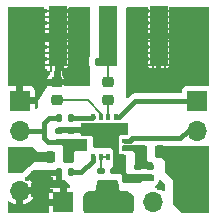
<source format=gbr>
%TF.GenerationSoftware,KiCad,Pcbnew,8.0.0*%
%TF.CreationDate,2024-08-25T13:37:12+02:00*%
%TF.ProjectId,Detector_PTFE_FR4_4_warstwy,44657465-6374-46f7-925f-505446455f46,rev?*%
%TF.SameCoordinates,Original*%
%TF.FileFunction,Copper,L1,Top*%
%TF.FilePolarity,Positive*%
%FSLAX46Y46*%
G04 Gerber Fmt 4.6, Leading zero omitted, Abs format (unit mm)*
G04 Created by KiCad (PCBNEW 8.0.0) date 2024-08-25 13:37:12*
%MOMM*%
%LPD*%
G01*
G04 APERTURE LIST*
G04 Aperture macros list*
%AMRoundRect*
0 Rectangle with rounded corners*
0 $1 Rounding radius*
0 $2 $3 $4 $5 $6 $7 $8 $9 X,Y pos of 4 corners*
0 Add a 4 corners polygon primitive as box body*
4,1,4,$2,$3,$4,$5,$6,$7,$8,$9,$2,$3,0*
0 Add four circle primitives for the rounded corners*
1,1,$1+$1,$2,$3*
1,1,$1+$1,$4,$5*
1,1,$1+$1,$6,$7*
1,1,$1+$1,$8,$9*
0 Add four rect primitives between the rounded corners*
20,1,$1+$1,$2,$3,$4,$5,0*
20,1,$1+$1,$4,$5,$6,$7,0*
20,1,$1+$1,$6,$7,$8,$9,0*
20,1,$1+$1,$8,$9,$2,$3,0*%
G04 Aperture macros list end*
%TA.AperFunction,SMDPad,CuDef*%
%ADD10RoundRect,0.135000X0.135000X0.185000X-0.135000X0.185000X-0.135000X-0.185000X0.135000X-0.185000X0*%
%TD*%
%TA.AperFunction,SMDPad,CuDef*%
%ADD11RoundRect,0.140000X-0.140000X-0.170000X0.140000X-0.170000X0.140000X0.170000X-0.140000X0.170000X0*%
%TD*%
%TA.AperFunction,CastellatedPad*%
%ADD12R,1.700000X1.700000*%
%TD*%
%TA.AperFunction,CastellatedPad*%
%ADD13O,1.700000X1.700000*%
%TD*%
%TA.AperFunction,SMDPad,CuDef*%
%ADD14RoundRect,0.225000X-0.250000X0.225000X-0.250000X-0.225000X0.250000X-0.225000X0.250000X0.225000X0*%
%TD*%
%TA.AperFunction,SMDPad,CuDef*%
%ADD15R,1.500000X5.080000*%
%TD*%
%TA.AperFunction,SMDPad,CuDef*%
%ADD16RoundRect,0.140000X-0.170000X0.140000X-0.170000X-0.140000X0.170000X-0.140000X0.170000X0.140000X0*%
%TD*%
%TA.AperFunction,SMDPad,CuDef*%
%ADD17RoundRect,0.135000X-0.185000X0.135000X-0.185000X-0.135000X0.185000X-0.135000X0.185000X0.135000X0*%
%TD*%
%TA.AperFunction,SMDPad,CuDef*%
%ADD18RoundRect,0.100000X-0.175000X-0.100000X0.175000X-0.100000X0.175000X0.100000X-0.175000X0.100000X0*%
%TD*%
%TA.AperFunction,SMDPad,CuDef*%
%ADD19RoundRect,0.100000X-0.100000X-0.175000X0.100000X-0.175000X0.100000X0.175000X-0.100000X0.175000X0*%
%TD*%
%TA.AperFunction,SMDPad,CuDef*%
%ADD20RoundRect,0.140000X0.170000X-0.140000X0.170000X0.140000X-0.170000X0.140000X-0.170000X-0.140000X0*%
%TD*%
%TA.AperFunction,SMDPad,CuDef*%
%ADD21RoundRect,0.218750X0.218750X0.256250X-0.218750X0.256250X-0.218750X-0.256250X0.218750X-0.256250X0*%
%TD*%
%TA.AperFunction,SMDPad,CuDef*%
%ADD22RoundRect,0.218750X-0.218750X-0.256250X0.218750X-0.256250X0.218750X0.256250X-0.218750X0.256250X0*%
%TD*%
%TA.AperFunction,ViaPad*%
%ADD23C,0.400000*%
%TD*%
%TA.AperFunction,Conductor*%
%ADD24C,0.156464*%
%TD*%
%TA.AperFunction,Conductor*%
%ADD25C,0.200000*%
%TD*%
%TA.AperFunction,Conductor*%
%ADD26C,0.484441*%
%TD*%
%TA.AperFunction,Conductor*%
%ADD27C,0.400000*%
%TD*%
G04 APERTURE END LIST*
D10*
%TO.P,R3,1*%
%TO.N,Net-(J1-In)*%
X70106000Y-30861000D03*
%TO.P,R3,2*%
%TO.N,GNDA*%
X69086000Y-30861000D03*
%TD*%
D11*
%TO.P,C5,1*%
%TO.N,GNDA*%
X66830000Y-40235939D03*
%TO.P,C5,2*%
%TO.N,Net-(U1-CLPF)*%
X67790000Y-40235939D03*
%TD*%
D12*
%TO.P,REF\u002A\u002A,1*%
%TO.N,GNDA*%
X67183000Y-42775939D03*
D13*
%TO.P,REF\u002A\u002A,2*%
%TO.N,ADC1_IN0_DET1*%
X69723000Y-42775939D03*
%TO.P,REF\u002A\u002A,3*%
X72263000Y-42775939D03*
%TO.P,REF\u002A\u002A,4*%
%TO.N,GNDA*%
X74803000Y-42775939D03*
%TD*%
D14*
%TO.P,C2,1*%
%TO.N,GNDA*%
X66675000Y-32602939D03*
%TO.P,C2,2*%
%TO.N,Net-(U1-INLO)*%
X66675000Y-34152939D03*
%TD*%
D15*
%TO.P,J1,1,In*%
%TO.N,Net-(J1-In)*%
X70993000Y-28730500D03*
%TO.P,J1,2,Ext*%
%TO.N,GNDA*%
X66743000Y-28730500D03*
X75243000Y-28730500D03*
%TD*%
D16*
%TO.P,C3,1*%
%TO.N,GNDA*%
X66802000Y-36707939D03*
%TO.P,C3,2*%
%TO.N,Net-(C3-Pad2)*%
X66802000Y-37667939D03*
%TD*%
D12*
%TO.P,REF\u002A\u002A,1*%
%TO.N,GNDA*%
X63500000Y-34163000D03*
D13*
%TO.P,REF\u002A\u002A,2*%
%TO.N,Net-(C3-Pad2)*%
X63500000Y-36703000D03*
%TO.P,REF\u002A\u002A,3*%
%TO.N,+5V*%
X63500000Y-39243000D03*
%TO.P,REF\u002A\u002A,4*%
%TO.N,GNDA*%
X63500000Y-41783000D03*
%TD*%
D17*
%TO.P,R5,1*%
%TO.N,GNDA*%
X71501000Y-40106939D03*
%TO.P,R5,2*%
%TO.N,ADC1_IN0_DET1*%
X71501000Y-41126939D03*
%TD*%
D18*
%TO.P,U1,1,CMIP*%
%TO.N,GNDA*%
X68968000Y-36261939D03*
%TO.P,U1,2,CMIP*%
X68968000Y-36911939D03*
%TO.P,U1,3,VPSI*%
%TO.N,Net-(C3-Pad2)*%
X68968000Y-37561939D03*
%TO.P,U1,4,VPSI*%
X68968000Y-38211939D03*
D19*
%TO.P,U1,5,CLPF*%
%TO.N,Net-(U1-CLPF)*%
X69693000Y-38936939D03*
%TO.P,U1,6,VOUT*%
%TO.N,Net-(U1-VOUT)*%
X70343000Y-38936939D03*
%TO.P,U1,7,VSET*%
X70993000Y-38936939D03*
%TO.P,U1,8,CMOP*%
%TO.N,GNDA*%
X71643000Y-38936939D03*
D18*
%TO.P,U1,9,VPSO*%
%TO.N,Net-(U1-VPSO)*%
X72368000Y-38211939D03*
%TO.P,U1,10,TADJ*%
%TO.N,T_ADJ_1*%
X72368000Y-37561939D03*
%TO.P,U1,11,CMIP*%
%TO.N,GNDA*%
X72368000Y-36911939D03*
%TO.P,U1,12,CMIP*%
X72368000Y-36261939D03*
D19*
%TO.P,U1,13,TEMP*%
%TO.N,ADC3_IN3_TEMP*%
X71643000Y-35536939D03*
%TO.P,U1,14,INHI*%
%TO.N,Net-(U1-INHI)*%
X70993000Y-35536939D03*
%TO.P,U1,15,INLO*%
%TO.N,Net-(U1-INLO)*%
X70343000Y-35536939D03*
%TO.P,U1,16,ENABLE*%
%TO.N,Net-(U1-ENABLE)*%
X69693000Y-35536939D03*
%TD*%
D20*
%TO.P,C7,1*%
%TO.N,GNDA*%
X74549000Y-40715939D03*
%TO.P,C7,2*%
%TO.N,Net-(U1-VPSO)*%
X74549000Y-39755939D03*
%TD*%
%TO.P,C6,1*%
%TO.N,GNDA*%
X73533000Y-40715939D03*
%TO.P,C6,2*%
%TO.N,Net-(U1-VPSO)*%
X73533000Y-39755939D03*
%TD*%
D12*
%TO.P,REF\u002A\u002A,1*%
%TO.N,ADC3_IN3_TEMP*%
X78486000Y-34163000D03*
D13*
%TO.P,REF\u002A\u002A,2*%
%TO.N,T_ADJ_1*%
X78486000Y-36703000D03*
%TO.P,REF\u002A\u002A,3*%
%TO.N,+5V*%
X78486000Y-39243000D03*
%TO.P,REF\u002A\u002A,4*%
X78486000Y-41783000D03*
%TD*%
D21*
%TO.P,L2,1,1*%
%TO.N,+5V*%
X75336500Y-38457939D03*
%TO.P,L2,2,2*%
%TO.N,Net-(U1-VPSO)*%
X73761500Y-38457939D03*
%TD*%
D10*
%TO.P,R2,1*%
%TO.N,Net-(U1-ENABLE)*%
X67820000Y-35663939D03*
%TO.P,R2,2*%
%TO.N,Net-(C3-Pad2)*%
X66800000Y-35663939D03*
%TD*%
D16*
%TO.P,C4,1*%
%TO.N,GNDA*%
X67818000Y-36707939D03*
%TO.P,C4,2*%
%TO.N,Net-(C3-Pad2)*%
X67818000Y-37667939D03*
%TD*%
D14*
%TO.P,C1,1*%
%TO.N,Net-(J1-In)*%
X70993000Y-32602939D03*
%TO.P,C1,2*%
%TO.N,Net-(U1-INHI)*%
X70993000Y-34152939D03*
%TD*%
D17*
%TO.P,R4,1*%
%TO.N,Net-(U1-VOUT)*%
X70358000Y-40106939D03*
%TO.P,R4,2*%
%TO.N,ADC1_IN0_DET1*%
X70358000Y-41126939D03*
%TD*%
D22*
%TO.P,L1,1,1*%
%TO.N,+5V*%
X66014500Y-38965939D03*
%TO.P,L1,2,2*%
%TO.N,Net-(C3-Pad2)*%
X67589500Y-38965939D03*
%TD*%
D23*
%TO.N,GNDA*%
X69215000Y-29083000D03*
X66167000Y-41783000D03*
X63119000Y-31115000D03*
X76835000Y-31115000D03*
X73279000Y-30607000D03*
X64643000Y-27559000D03*
X74295000Y-32639000D03*
X79121000Y-30099000D03*
X68199000Y-28067000D03*
X78486000Y-31623000D03*
X65659000Y-27559000D03*
X64643000Y-26543000D03*
X73787000Y-28067000D03*
X64135000Y-30099000D03*
X73787000Y-29083000D03*
X64643000Y-42164000D03*
X78486000Y-29591000D03*
X72136000Y-39497000D03*
X65659000Y-26543000D03*
X65659000Y-42164000D03*
X68707000Y-31623000D03*
X64643000Y-29591000D03*
X76835000Y-29083000D03*
X79121000Y-27051000D03*
X76835000Y-28067000D03*
X72771000Y-31115000D03*
X78486000Y-27559000D03*
X63119000Y-27051000D03*
X64135000Y-40767000D03*
X65659000Y-40259000D03*
X63627000Y-26543000D03*
X77343000Y-31623000D03*
X77851000Y-28067000D03*
X78486000Y-30607000D03*
X77851000Y-29083000D03*
X64643000Y-31623000D03*
X65151000Y-40767000D03*
X76835000Y-30099000D03*
X68199000Y-31242000D03*
X63627000Y-32639000D03*
X63754000Y-43180000D03*
X76835000Y-32131000D03*
X73787000Y-33147000D03*
X67691000Y-29591000D03*
X66675000Y-31623000D03*
X73279000Y-31623000D03*
X65151000Y-31115000D03*
X63627000Y-27559000D03*
X74295000Y-26543000D03*
X68453000Y-36703000D03*
X67691000Y-32639000D03*
X75311000Y-32639000D03*
X79121000Y-32131000D03*
X65659000Y-29591000D03*
X77343000Y-29591000D03*
X67691000Y-31623000D03*
X68707000Y-29591000D03*
X63119000Y-29083000D03*
X75311000Y-41529000D03*
X76327000Y-27559000D03*
X72771000Y-30099000D03*
X66167000Y-40767000D03*
X67691000Y-26543000D03*
X74295000Y-30607000D03*
X65659000Y-30607000D03*
X79121000Y-31115000D03*
X65659000Y-41275000D03*
X68707000Y-27559000D03*
X65151000Y-28067000D03*
X65151000Y-42672000D03*
X64643000Y-32639000D03*
X72771000Y-28067000D03*
X66675000Y-41275000D03*
X74295000Y-27559000D03*
X64643000Y-41275000D03*
X74295000Y-31623000D03*
X65151000Y-30099000D03*
X64135000Y-29083000D03*
X63627000Y-31623000D03*
X64643000Y-28575000D03*
X65151000Y-41656000D03*
X65151000Y-29083000D03*
X72771000Y-29083000D03*
X68199000Y-32131000D03*
X73787000Y-27051000D03*
X78486000Y-32639000D03*
X69215000Y-30099000D03*
X74295000Y-28575000D03*
X64135000Y-32131000D03*
X74803000Y-33147000D03*
X76327000Y-30607000D03*
X77851000Y-31115000D03*
X76327000Y-32639000D03*
X74295000Y-29591000D03*
X75311000Y-31623000D03*
X77343000Y-30607000D03*
X65151000Y-32131000D03*
X69215000Y-28067000D03*
X72771000Y-27051000D03*
X65659000Y-28575000D03*
X79121000Y-28067000D03*
X77851000Y-32131000D03*
X76835000Y-27051000D03*
X79121000Y-29083000D03*
X68199000Y-30099000D03*
X68707000Y-26543000D03*
X63119000Y-28067000D03*
X72771000Y-33274000D03*
X78486000Y-28575000D03*
X64643000Y-40259000D03*
X72771000Y-32131000D03*
X74803000Y-32131000D03*
X77851000Y-30099000D03*
X75819000Y-33147000D03*
X73279000Y-27559000D03*
X73787000Y-32131000D03*
X64135000Y-28067000D03*
X68707000Y-28575000D03*
X63119000Y-30099000D03*
X73279000Y-26543000D03*
X77851000Y-27051000D03*
X76327000Y-28575000D03*
X68707000Y-32639000D03*
X65659000Y-31623000D03*
X77343000Y-27559000D03*
X64135000Y-31115000D03*
X63627000Y-28575000D03*
X65659000Y-43180000D03*
X65151000Y-27051000D03*
X73279000Y-32639000D03*
X68199000Y-29083000D03*
X63119000Y-32131000D03*
X73787000Y-30099000D03*
X73279000Y-29591000D03*
X76327000Y-29591000D03*
X68199000Y-27051000D03*
X63627000Y-30607000D03*
X76327000Y-31623000D03*
X73787000Y-31115000D03*
X62865000Y-43180000D03*
X76327000Y-26543000D03*
X73279000Y-28575000D03*
X67691000Y-27559000D03*
X64643000Y-43180000D03*
X64135000Y-27051000D03*
X77343000Y-32639000D03*
X64643000Y-30607000D03*
X69215000Y-27051000D03*
X67691000Y-28575000D03*
X75819000Y-32131000D03*
X77343000Y-28575000D03*
X77343000Y-26543000D03*
X67437000Y-41275000D03*
X78486000Y-26543000D03*
X63627000Y-29591000D03*
%TD*%
D24*
%TO.N,Net-(U1-INHI)*%
X70993000Y-34152939D02*
X70993000Y-35536939D01*
%TO.N,Net-(J1-In)*%
X70993000Y-28730500D02*
X70993000Y-32602939D01*
D25*
%TO.N,GNDA*%
X75243000Y-28730500D02*
X75243000Y-30548000D01*
X66743000Y-28897000D02*
X66929000Y-29083000D01*
X74803000Y-28575000D02*
X74295000Y-28575000D01*
X75565000Y-28575000D02*
X76327000Y-28575000D01*
X66743000Y-30548000D02*
X67310000Y-31115000D01*
X75243000Y-28262000D02*
X75438000Y-28067000D01*
X75243000Y-30548000D02*
X74803000Y-30988000D01*
X66743000Y-27754000D02*
X66548000Y-27559000D01*
X66167000Y-30480000D02*
X66167000Y-31623000D01*
X66743000Y-28730500D02*
X66743000Y-29904000D01*
X74930000Y-27559000D02*
X74295000Y-27559000D01*
X75565000Y-29591000D02*
X76327000Y-29591000D01*
X75243000Y-28730500D02*
X75243000Y-27754000D01*
X66421000Y-26543000D02*
X65659000Y-26543000D01*
X75243000Y-29913000D02*
X75057000Y-30099000D01*
X75243000Y-27872000D02*
X74930000Y-27559000D01*
X66421000Y-28575000D02*
X65659000Y-28575000D01*
D26*
X66743000Y-32534939D02*
X66675000Y-32602939D01*
D25*
X75243000Y-28730500D02*
X75243000Y-27364000D01*
X66548000Y-28925500D02*
X66548000Y-29591000D01*
X66743000Y-28730500D02*
X66743000Y-28389000D01*
X66548000Y-30099000D02*
X65659000Y-30099000D01*
X66743000Y-30294000D02*
X67056000Y-30607000D01*
X66390500Y-29083000D02*
X66743000Y-28730500D01*
X75243000Y-26865000D02*
X75565000Y-26543000D01*
X75057000Y-30099000D02*
X74295000Y-30099000D01*
X74930000Y-27051000D02*
X74295000Y-27051000D01*
X75243000Y-27246000D02*
X75438000Y-27051000D01*
X74930000Y-31115000D02*
X74295000Y-31115000D01*
X66421000Y-27051000D02*
X65659000Y-27051000D01*
X66743000Y-29904000D02*
X66167000Y-30480000D01*
X75692000Y-29210000D02*
X75819000Y-29083000D01*
X75409500Y-28730500D02*
X75565000Y-28575000D01*
X75565000Y-31115000D02*
X76327000Y-31115000D01*
X75438000Y-27051000D02*
X76327000Y-27051000D01*
X66929000Y-30099000D02*
X67691000Y-30099000D01*
X75438000Y-28067000D02*
X76327000Y-28067000D01*
X75243000Y-28730500D02*
X75243000Y-29523000D01*
X75243000Y-27364000D02*
X74930000Y-27051000D01*
X66743000Y-28730500D02*
X66743000Y-28126000D01*
X66743000Y-28730500D02*
X66743000Y-26729000D01*
X75243000Y-30793000D02*
X75565000Y-31115000D01*
X75243000Y-28730500D02*
X75243000Y-28262000D01*
X66743000Y-28730500D02*
X66743000Y-27745000D01*
X75243000Y-28730500D02*
X74958500Y-28730500D01*
X75243000Y-28730500D02*
X75243000Y-27246000D01*
X75243000Y-28730500D02*
X75243000Y-29278000D01*
X75243000Y-28730500D02*
X75243000Y-30539000D01*
X66743000Y-27745000D02*
X66929000Y-27559000D01*
X66743000Y-28730500D02*
X66576500Y-28730500D01*
X75243000Y-28761000D02*
X75692000Y-29210000D01*
X66548000Y-29591000D02*
X65659000Y-29591000D01*
X66743000Y-28730500D02*
X66743000Y-26865000D01*
X66743000Y-29913000D02*
X66929000Y-30099000D01*
X66743000Y-28730500D02*
X66743000Y-30167000D01*
X66384939Y-32893000D02*
X66675000Y-32602939D01*
X66929000Y-27051000D02*
X67691000Y-27051000D01*
X75243000Y-30539000D02*
X75311000Y-30607000D01*
X66743000Y-30285000D02*
X66421000Y-30607000D01*
X74930000Y-29591000D02*
X74295000Y-29591000D01*
X75565000Y-26543000D02*
X76327000Y-26543000D01*
X66743000Y-26865000D02*
X66421000Y-26543000D01*
X66743000Y-28730500D02*
X66743000Y-30285000D01*
X66743000Y-30675000D02*
X66929000Y-30861000D01*
X66743000Y-29151000D02*
X67183000Y-29591000D01*
X75819000Y-31115000D02*
X75819000Y-31623000D01*
X75819000Y-29083000D02*
X76327000Y-29083000D01*
X75243000Y-28730500D02*
X75243000Y-26865000D01*
X66743000Y-28730500D02*
X66743000Y-29151000D01*
X66802000Y-28067000D02*
X67691000Y-28067000D01*
X66743000Y-28730500D02*
X66743000Y-30294000D01*
X75438000Y-30099000D02*
X76327000Y-30099000D01*
X75243000Y-28730500D02*
X75243000Y-29913000D01*
X66167000Y-31115000D02*
X65659000Y-31115000D01*
X66743000Y-28126000D02*
X66802000Y-28067000D01*
X74803000Y-30607000D02*
X74295000Y-30607000D01*
X67056000Y-30607000D02*
X67691000Y-30607000D01*
X75243000Y-28507000D02*
X74803000Y-28067000D01*
X74958500Y-28730500D02*
X74803000Y-28575000D01*
X66929000Y-29083000D02*
X67691000Y-29083000D01*
X75243000Y-28730500D02*
X75243000Y-30167000D01*
X67310000Y-31115000D02*
X67691000Y-31115000D01*
X75243000Y-28730500D02*
X75243000Y-30793000D01*
X66743000Y-26729000D02*
X66929000Y-26543000D01*
X67183000Y-30607000D02*
X67183000Y-31623000D01*
X74803000Y-28067000D02*
X74295000Y-28067000D01*
X75243000Y-30539000D02*
X75819000Y-31115000D01*
X75438000Y-27559000D02*
X76327000Y-27559000D01*
X66743000Y-28730500D02*
X66743000Y-27754000D01*
X75243000Y-28730500D02*
X75243000Y-30802000D01*
X66743000Y-28389000D02*
X66421000Y-28067000D01*
X66421000Y-30607000D02*
X65659000Y-30607000D01*
X66743000Y-27373000D02*
X66421000Y-27051000D01*
X75243000Y-27754000D02*
X75438000Y-27559000D01*
X64135000Y-33528000D02*
X63373000Y-33528000D01*
X66743000Y-28730500D02*
X66743000Y-30539000D01*
X66743000Y-29904000D02*
X66548000Y-30099000D01*
X74803000Y-29083000D02*
X74295000Y-29083000D01*
X75243000Y-28730500D02*
X75243000Y-28761000D01*
X75243000Y-28730500D02*
X75243000Y-27872000D01*
X65659000Y-29083000D02*
X66390500Y-29083000D01*
D27*
X67183000Y-42775939D02*
X66830000Y-42422939D01*
D25*
X75243000Y-29278000D02*
X74930000Y-29591000D01*
X66929000Y-27559000D02*
X67691000Y-27559000D01*
X66743000Y-30539000D02*
X66167000Y-31115000D01*
X66743000Y-27237000D02*
X66929000Y-27051000D01*
X66743000Y-28730500D02*
X66743000Y-30675000D01*
X75184000Y-26543000D02*
X74295000Y-26543000D01*
X74803000Y-30988000D02*
X74803000Y-31623000D01*
X75311000Y-30607000D02*
X76327000Y-30607000D01*
X66929000Y-26543000D02*
X67691000Y-26543000D01*
X66576500Y-28730500D02*
X66421000Y-28575000D01*
X66743000Y-28730500D02*
X66743000Y-29015000D01*
X66743000Y-28730500D02*
X66743000Y-27373000D01*
X75243000Y-29904000D02*
X75438000Y-30099000D01*
X66743000Y-28730500D02*
X66743000Y-29913000D01*
X75243000Y-28730500D02*
X75243000Y-26602000D01*
X66421000Y-28067000D02*
X65659000Y-28067000D01*
X75243000Y-30802000D02*
X74930000Y-31115000D01*
X66743000Y-30167000D02*
X67183000Y-30607000D01*
X75155500Y-28730500D02*
X74803000Y-29083000D01*
X66743000Y-29015000D02*
X66548000Y-29210000D01*
X75243000Y-28730500D02*
X75409500Y-28730500D01*
X75243000Y-29523000D02*
X75438000Y-29718000D01*
X75438000Y-29718000D02*
X75565000Y-29591000D01*
X66743000Y-28730500D02*
X66743000Y-27237000D01*
X66548000Y-27559000D02*
X65659000Y-27559000D01*
X66743000Y-28730500D02*
X66548000Y-28925500D01*
X66743000Y-28730500D02*
X66743000Y-28897000D01*
X75243000Y-26602000D02*
X75184000Y-26543000D01*
X75243000Y-28730500D02*
X75243000Y-29904000D01*
X75243000Y-28730500D02*
X75243000Y-28507000D01*
X75243000Y-30167000D02*
X74803000Y-30607000D01*
X75243000Y-28730500D02*
X75155500Y-28730500D01*
X67183000Y-29591000D02*
X67691000Y-29591000D01*
X63373000Y-33528000D02*
X62938000Y-33963000D01*
X66743000Y-28730500D02*
X66743000Y-30548000D01*
D24*
%TO.N,Net-(U1-INLO)*%
X70343000Y-35261940D02*
X70343000Y-35536939D01*
X66675000Y-34152939D02*
X69233999Y-34152939D01*
X69233999Y-34152939D02*
X70343000Y-35261940D01*
D27*
%TO.N,Net-(C3-Pad2)*%
X65532000Y-37314939D02*
X65885000Y-37667939D01*
X65936061Y-35663939D02*
X65532000Y-36068000D01*
X65885000Y-37667939D02*
X66802000Y-37667939D01*
X65532000Y-36068000D02*
X65532000Y-36703000D01*
X65532000Y-36703000D02*
X65532000Y-37314939D01*
X65532000Y-36703000D02*
X63500000Y-36703000D01*
X66800000Y-35663939D02*
X65936061Y-35663939D01*
%TO.N,Net-(U1-CLPF)*%
X67790000Y-40235939D02*
X68707000Y-40235939D01*
X68707000Y-40235939D02*
X69693000Y-39249939D01*
X69693000Y-39249939D02*
X69693000Y-38936939D01*
%TO.N,Net-(U1-ENABLE)*%
X69568000Y-35661939D02*
X69693000Y-35536939D01*
X67820000Y-35663939D02*
X67822000Y-35661939D01*
X67822000Y-35661939D02*
X69568000Y-35661939D01*
D24*
%TO.N,Net-(U1-VOUT)*%
X70993000Y-38936939D02*
X70343000Y-38936939D01*
X70343000Y-40091939D02*
X70358000Y-40106939D01*
X70343000Y-38936939D02*
X70343000Y-40091939D01*
D27*
%TO.N,T_ADJ_1*%
X72368000Y-37561939D02*
X72801061Y-37561939D01*
X72801061Y-37561939D02*
X73025000Y-37338000D01*
X73025000Y-37338000D02*
X77089000Y-37338000D01*
X77089000Y-37338000D02*
X77724000Y-36703000D01*
%TO.N,ADC3_IN3_TEMP*%
X71643000Y-35536939D02*
X71905061Y-35536939D01*
X71905061Y-35536939D02*
X73279000Y-34163000D01*
X73279000Y-34163000D02*
X77724000Y-34163000D01*
%TD*%
%TA.AperFunction,Conductor*%
%TO.N,GNDA*%
G36*
X65536039Y-26282185D02*
G01*
X65581794Y-26334989D01*
X65593000Y-26386500D01*
X65593000Y-28430500D01*
X66919000Y-28430500D01*
X66986039Y-28450185D01*
X67031794Y-28502989D01*
X67043000Y-28554500D01*
X67043000Y-31633577D01*
X67023315Y-31700616D01*
X67006681Y-31721258D01*
X66975000Y-31752939D01*
X66975000Y-32778939D01*
X66955315Y-32845978D01*
X66902511Y-32891733D01*
X66851000Y-32902939D01*
X65800936Y-32902939D01*
X65802789Y-32926491D01*
X65803574Y-32930789D01*
X65796254Y-33000275D01*
X65784766Y-33021850D01*
X65024000Y-34162999D01*
X65024000Y-34746637D01*
X65004315Y-34813676D01*
X64987681Y-34834318D01*
X64961681Y-34860318D01*
X64900358Y-34893803D01*
X64830666Y-34888819D01*
X64774733Y-34846947D01*
X64750316Y-34781483D01*
X64750000Y-34772637D01*
X64750000Y-34463000D01*
X63904144Y-34463000D01*
X63965925Y-34355993D01*
X64000000Y-34228826D01*
X64000000Y-34097174D01*
X63965925Y-33970007D01*
X63904144Y-33863000D01*
X64749999Y-33863000D01*
X64749999Y-33281520D01*
X64735164Y-33187850D01*
X64735162Y-33187844D01*
X64677643Y-33074958D01*
X64677636Y-33074949D01*
X64588050Y-32985363D01*
X64588046Y-32985360D01*
X64475144Y-32927833D01*
X64381486Y-32913000D01*
X63800000Y-32913000D01*
X63800000Y-33758855D01*
X63692993Y-33697075D01*
X63565826Y-33663000D01*
X63434174Y-33663000D01*
X63307007Y-33697075D01*
X63200000Y-33758855D01*
X63200000Y-32913000D01*
X62618519Y-32913000D01*
X62600895Y-32915792D01*
X62531602Y-32906835D01*
X62478151Y-32861838D01*
X62457513Y-32795086D01*
X62457500Y-32793318D01*
X62457500Y-29030500D01*
X65593001Y-29030500D01*
X65593001Y-31301979D01*
X65607835Y-31395649D01*
X65607837Y-31395655D01*
X65665356Y-31508541D01*
X65665363Y-31508550D01*
X65754949Y-31598136D01*
X65754953Y-31598139D01*
X65867855Y-31655666D01*
X65966332Y-31671263D01*
X65966078Y-31672864D01*
X66024735Y-31695208D01*
X66066216Y-31751432D01*
X66070716Y-31821156D01*
X66037418Y-31881637D01*
X65927229Y-31991826D01*
X65927226Y-31991830D01*
X65846844Y-32127750D01*
X65846843Y-32127753D01*
X65802789Y-32279386D01*
X65802788Y-32279393D01*
X65800936Y-32302939D01*
X66375000Y-32302939D01*
X66375000Y-31789861D01*
X66394685Y-31722822D01*
X66411319Y-31702180D01*
X66443000Y-31670499D01*
X66443000Y-29030500D01*
X65593001Y-29030500D01*
X62457500Y-29030500D01*
X62457500Y-26386500D01*
X62477185Y-26319461D01*
X62529989Y-26273706D01*
X62581500Y-26262500D01*
X65469000Y-26262500D01*
X65536039Y-26282185D01*
G37*
%TD.AperFunction*%
%TD*%
%TA.AperFunction,Conductor*%
%TO.N,Net-(C3-Pad2)*%
G36*
X69103677Y-37461624D02*
G01*
X69124319Y-37478258D01*
X69178681Y-37532620D01*
X69212166Y-37593943D01*
X69215000Y-37620301D01*
X69215000Y-38279577D01*
X69195315Y-38346616D01*
X69178681Y-38367258D01*
X69124319Y-38421620D01*
X69062996Y-38455105D01*
X69036638Y-38457939D01*
X68198999Y-38457939D01*
X68072000Y-38584938D01*
X68072000Y-39295577D01*
X68052315Y-39362616D01*
X68035681Y-39383258D01*
X67981319Y-39437620D01*
X67919996Y-39471105D01*
X67893638Y-39473939D01*
X67361362Y-39473939D01*
X67294323Y-39454254D01*
X67273681Y-39437620D01*
X67219319Y-39383258D01*
X67185834Y-39321935D01*
X67183000Y-39295577D01*
X67183000Y-38076939D01*
X67056000Y-37949939D01*
X66726362Y-37949939D01*
X66659323Y-37930254D01*
X66638681Y-37913620D01*
X66584319Y-37859258D01*
X66550834Y-37797935D01*
X66548000Y-37771577D01*
X66548000Y-37620301D01*
X66567685Y-37553262D01*
X66584319Y-37532620D01*
X66638681Y-37478258D01*
X66700004Y-37444773D01*
X66726362Y-37441939D01*
X69036638Y-37441939D01*
X69103677Y-37461624D01*
G37*
%TD.AperFunction*%
%TD*%
%TA.AperFunction,Conductor*%
%TO.N,ADC1_IN0_DET1*%
G36*
X71449951Y-40894205D02*
G01*
X71466627Y-40896400D01*
X71557494Y-40908363D01*
X71563532Y-40909981D01*
X71662276Y-40950882D01*
X71667701Y-40954014D01*
X71752492Y-41019076D01*
X71756923Y-41023507D01*
X71821985Y-41108298D01*
X71825117Y-41113723D01*
X71866016Y-41212462D01*
X71867637Y-41218509D01*
X71881795Y-41326047D01*
X71882000Y-41329180D01*
X71882000Y-41656000D01*
X72009000Y-41783000D01*
X72475399Y-41783000D01*
X72479243Y-41783310D01*
X72631604Y-41808034D01*
X72638891Y-41810462D01*
X72775626Y-41882106D01*
X72778878Y-41884159D01*
X72864690Y-41948518D01*
X72950514Y-42012886D01*
X72953296Y-42015329D01*
X73056854Y-42121543D01*
X73061134Y-42127561D01*
X73126631Y-42258555D01*
X73128879Y-42265593D01*
X73151714Y-42412163D01*
X73152000Y-42415858D01*
X73152000Y-43313424D01*
X73151795Y-43316557D01*
X73135375Y-43441280D01*
X73133753Y-43447332D01*
X73086221Y-43562082D01*
X73083088Y-43567507D01*
X73007476Y-43666046D01*
X73003046Y-43670476D01*
X72952138Y-43709540D01*
X72937528Y-43714500D01*
X69048472Y-43714500D01*
X69033862Y-43709540D01*
X68982953Y-43670476D01*
X68978523Y-43666046D01*
X68902911Y-43567507D01*
X68899778Y-43562082D01*
X68852243Y-43447322D01*
X68850625Y-43441284D01*
X68834205Y-43316556D01*
X68834000Y-43313424D01*
X68834000Y-42415858D01*
X68834286Y-42412164D01*
X68834286Y-42412163D01*
X68857120Y-42265590D01*
X68859367Y-42258557D01*
X68924868Y-42127556D01*
X68929141Y-42121546D01*
X69032709Y-42015323D01*
X69035485Y-42012886D01*
X69207126Y-41884155D01*
X69210367Y-41882109D01*
X69347109Y-41810462D01*
X69354393Y-41808034D01*
X69506757Y-41783310D01*
X69510601Y-41783000D01*
X69760193Y-41783000D01*
X69760197Y-41783000D01*
X69850000Y-41783000D01*
X69977000Y-41656000D01*
X69977000Y-41329180D01*
X69977205Y-41326048D01*
X69977401Y-41324557D01*
X69991363Y-41218503D01*
X69992980Y-41212468D01*
X70033883Y-41113719D01*
X70037014Y-41108298D01*
X70102076Y-41023507D01*
X70106507Y-41019076D01*
X70191298Y-40954014D01*
X70196719Y-40950883D01*
X70295468Y-40909980D01*
X70301503Y-40908363D01*
X70394435Y-40896128D01*
X70409049Y-40894205D01*
X70412181Y-40894000D01*
X71446819Y-40894000D01*
X71449951Y-40894205D01*
G37*
%TD.AperFunction*%
%TD*%
%TA.AperFunction,Conductor*%
%TO.N,GNDA*%
G36*
X68707000Y-37060939D02*
G01*
X68580000Y-36933939D01*
X66726362Y-36933939D01*
X66659323Y-36914254D01*
X66638681Y-36897620D01*
X66584319Y-36843258D01*
X66550834Y-36781935D01*
X66548000Y-36755577D01*
X66548000Y-36604301D01*
X66567685Y-36537262D01*
X66584319Y-36516620D01*
X66638681Y-36462258D01*
X66700004Y-36428773D01*
X66726362Y-36425939D01*
X68580000Y-36425939D01*
X68707000Y-36298939D01*
X68707000Y-37060939D01*
G37*
%TD.AperFunction*%
%TD*%
%TA.AperFunction,Conductor*%
%TO.N,+5V*%
G36*
X79521471Y-37980029D02*
G01*
X79528500Y-37997000D01*
X79528500Y-43690500D01*
X79521471Y-43707471D01*
X79504500Y-43714500D01*
X77140895Y-43714500D01*
X77123924Y-43707471D01*
X77122673Y-43706119D01*
X77109285Y-43690500D01*
X76459778Y-42932741D01*
X76454000Y-42917122D01*
X76454000Y-40894000D01*
X75826029Y-40266029D01*
X75819000Y-40249058D01*
X75819000Y-39243001D01*
X75819000Y-39243000D01*
X75565000Y-38989000D01*
X75564999Y-38989000D01*
X75066942Y-38989000D01*
X75049971Y-38981971D01*
X74937029Y-38869029D01*
X74930000Y-38852058D01*
X74930000Y-38109942D01*
X74937029Y-38092971D01*
X75049971Y-37980029D01*
X75066942Y-37973000D01*
X79504500Y-37973000D01*
X79521471Y-37980029D01*
G37*
%TD.AperFunction*%
%TD*%
%TA.AperFunction,Conductor*%
%TO.N,GNDA*%
G36*
X72532677Y-36064624D02*
G01*
X72553319Y-36081258D01*
X72607681Y-36135620D01*
X72641166Y-36196943D01*
X72644000Y-36223301D01*
X72644000Y-36882577D01*
X72624315Y-36949616D01*
X72607681Y-36970258D01*
X72553319Y-37024620D01*
X72491996Y-37058105D01*
X72465638Y-37060939D01*
X72008999Y-37060939D01*
X71882000Y-37187938D01*
X71882000Y-37187939D01*
X71882000Y-38584939D01*
X72009000Y-38711939D01*
X72338638Y-38711939D01*
X72405677Y-38731624D01*
X72426319Y-38748258D01*
X72480681Y-38802620D01*
X72514166Y-38863943D01*
X72517000Y-38890301D01*
X72517000Y-40235939D01*
X72644000Y-40362939D01*
X72898000Y-40362939D01*
X73025000Y-40362939D01*
X73152000Y-40362939D01*
X74755508Y-40362939D01*
X74788777Y-40372707D01*
X73693575Y-41124939D01*
X72314362Y-41124939D01*
X72247323Y-41105254D01*
X72226681Y-41088620D01*
X72172319Y-41034258D01*
X72138834Y-40972935D01*
X72136000Y-40946577D01*
X72136000Y-40489939D01*
X72009000Y-40362939D01*
X71425362Y-40362939D01*
X71358323Y-40343254D01*
X71337681Y-40326620D01*
X71283319Y-40272258D01*
X71249834Y-40210935D01*
X71247000Y-40184577D01*
X71247000Y-39906301D01*
X71266685Y-39839262D01*
X71283319Y-39818620D01*
X71374000Y-39727939D01*
X71374000Y-39245648D01*
X71384567Y-39195559D01*
X71385035Y-39194500D01*
X71390585Y-39181930D01*
X71393500Y-39156804D01*
X71393499Y-38717075D01*
X71393497Y-38717056D01*
X71390586Y-38691953D01*
X71390585Y-38691949D01*
X71384564Y-38678312D01*
X71374000Y-38628229D01*
X71374000Y-38330939D01*
X71247000Y-38203939D01*
X69901362Y-38203939D01*
X69834323Y-38184254D01*
X69813681Y-38167620D01*
X69759319Y-38113258D01*
X69725834Y-38051935D01*
X69723000Y-38025577D01*
X69723000Y-37314939D01*
X69596000Y-37187939D01*
X69292563Y-37187939D01*
X69242476Y-37177373D01*
X69212992Y-37164354D01*
X69187868Y-37161439D01*
X68858862Y-37161439D01*
X68791823Y-37141754D01*
X68771181Y-37125120D01*
X68707000Y-37060939D01*
X68707000Y-36223301D01*
X68726685Y-36156262D01*
X68743319Y-36135620D01*
X68780181Y-36098758D01*
X68841504Y-36065273D01*
X68867862Y-36062439D01*
X69620725Y-36062439D01*
X69620727Y-36062439D01*
X69657133Y-36052684D01*
X69670272Y-36049164D01*
X69702364Y-36044939D01*
X72465638Y-36044939D01*
X72532677Y-36064624D01*
G37*
%TD.AperFunction*%
%TD*%
%TA.AperFunction,Conductor*%
%TO.N,Net-(U1-VPSO)*%
G36*
X74183677Y-37969624D02*
G01*
X74204319Y-37986258D01*
X74258681Y-38040620D01*
X74292166Y-38101943D01*
X74295000Y-38128301D01*
X74295000Y-39219939D01*
X74422000Y-39346939D01*
X74624638Y-39346939D01*
X74691677Y-39366624D01*
X74712319Y-39383258D01*
X74766681Y-39437620D01*
X74800166Y-39498943D01*
X74803000Y-39525301D01*
X74803000Y-39803577D01*
X74783315Y-39870616D01*
X74766681Y-39891258D01*
X74712319Y-39945620D01*
X74650996Y-39979105D01*
X74624638Y-39981939D01*
X73457362Y-39981939D01*
X73390323Y-39962254D01*
X73369681Y-39945620D01*
X73315319Y-39891258D01*
X73281834Y-39829935D01*
X73279000Y-39803577D01*
X73279000Y-38584939D01*
X73278998Y-38584937D01*
X73025001Y-38457939D01*
X73025000Y-38457939D01*
X72314362Y-38457939D01*
X72247323Y-38438254D01*
X72226681Y-38421620D01*
X72172319Y-38367258D01*
X72138834Y-38305935D01*
X72136000Y-38279577D01*
X72136000Y-38128301D01*
X72155685Y-38061262D01*
X72172319Y-38040620D01*
X72214181Y-37998758D01*
X72275504Y-37965273D01*
X72301862Y-37962439D01*
X72853785Y-37962439D01*
X72853788Y-37962439D01*
X72864667Y-37959524D01*
X72884673Y-37954164D01*
X72916764Y-37949939D01*
X74116638Y-37949939D01*
X74183677Y-37969624D01*
G37*
%TD.AperFunction*%
%TD*%
%TA.AperFunction,Conductor*%
%TO.N,GNDA*%
G36*
X74352191Y-26281407D02*
G01*
X74388155Y-26330907D01*
X74393000Y-26361500D01*
X74393000Y-28480499D01*
X74393001Y-28480500D01*
X76092998Y-28480500D01*
X76092999Y-28480499D01*
X76092999Y-26361500D01*
X76111906Y-26303309D01*
X76161406Y-26267345D01*
X76191999Y-26262500D01*
X79429500Y-26262500D01*
X79487691Y-26281407D01*
X79523655Y-26330907D01*
X79528500Y-26361500D01*
X79528500Y-32822082D01*
X79509593Y-32880273D01*
X79460093Y-32916237D01*
X79414014Y-32919863D01*
X79367523Y-32912500D01*
X77604478Y-32912500D01*
X77604476Y-32912501D01*
X77510700Y-32927352D01*
X77510695Y-32927354D01*
X77397659Y-32984949D01*
X77307949Y-33074659D01*
X77250354Y-33187695D01*
X77235500Y-33281478D01*
X77235500Y-33463500D01*
X77216593Y-33521691D01*
X77167093Y-33557655D01*
X77136500Y-33562500D01*
X73358057Y-33562500D01*
X73199943Y-33562500D01*
X73106469Y-33587545D01*
X73047210Y-33603424D01*
X72997095Y-33632359D01*
X72910284Y-33682479D01*
X72798479Y-33794283D01*
X72798480Y-33794284D01*
X72686004Y-33906760D01*
X72631487Y-33934537D01*
X72571055Y-33924966D01*
X72527790Y-33881701D01*
X72517000Y-33836756D01*
X72517000Y-31280349D01*
X74393001Y-31280349D01*
X74398801Y-31309516D01*
X74420903Y-31342594D01*
X74420907Y-31342598D01*
X74453981Y-31364698D01*
X74483149Y-31370499D01*
X74992998Y-31370499D01*
X74993000Y-31370498D01*
X75493000Y-31370498D01*
X75493001Y-31370499D01*
X76002850Y-31370499D01*
X76032016Y-31364698D01*
X76065094Y-31342596D01*
X76065098Y-31342592D01*
X76087198Y-31309518D01*
X76092999Y-31280351D01*
X76093000Y-31280348D01*
X76093000Y-28980501D01*
X76092999Y-28980500D01*
X75493001Y-28980500D01*
X75493000Y-28980501D01*
X75493000Y-31370498D01*
X74993000Y-31370498D01*
X74993000Y-28980501D01*
X74992999Y-28980500D01*
X74393002Y-28980500D01*
X74393001Y-28980501D01*
X74393001Y-31280349D01*
X72517000Y-31280349D01*
X72517000Y-26361500D01*
X72535907Y-26303309D01*
X72585407Y-26267345D01*
X72616000Y-26262500D01*
X74294000Y-26262500D01*
X74352191Y-26281407D01*
G37*
%TD.AperFunction*%
%TA.AperFunction,Conductor*%
G36*
X69428191Y-26281407D02*
G01*
X69464155Y-26330907D01*
X69469000Y-26361500D01*
X69469000Y-30373860D01*
X69450093Y-30432051D01*
X69400593Y-30468015D01*
X69340103Y-30468015D01*
X69336000Y-30470208D01*
X69336000Y-31251791D01*
X69346565Y-31257438D01*
X69372539Y-31250113D01*
X69429943Y-31271290D01*
X69463937Y-31322163D01*
X69467646Y-31350275D01*
X69448703Y-32865436D01*
X69429070Y-32923385D01*
X69379124Y-32958728D01*
X69349711Y-32963198D01*
X67349000Y-32963198D01*
X67290809Y-32944291D01*
X67254845Y-32894791D01*
X67250000Y-32864198D01*
X67250000Y-32852940D01*
X67249999Y-32852939D01*
X67093787Y-32852939D01*
X67100454Y-32352939D01*
X67249998Y-32352939D01*
X67249999Y-32352938D01*
X67249999Y-32339858D01*
X67249998Y-32339847D01*
X67243769Y-32292525D01*
X67243769Y-32292523D01*
X67195333Y-32188653D01*
X67114285Y-32107605D01*
X67103790Y-32102711D01*
X67113553Y-31370499D01*
X67502850Y-31370499D01*
X67532016Y-31364698D01*
X67565094Y-31342596D01*
X67565098Y-31342592D01*
X67587198Y-31309518D01*
X67592999Y-31280351D01*
X67593000Y-31280348D01*
X67593000Y-31111000D01*
X68724326Y-31111000D01*
X68729634Y-31137690D01*
X68729635Y-31137693D01*
X68781571Y-31215424D01*
X68781573Y-31215426D01*
X68835999Y-31251791D01*
X68836000Y-31251791D01*
X68836000Y-31111001D01*
X68835999Y-31111000D01*
X68724326Y-31111000D01*
X67593000Y-31111000D01*
X67593000Y-30610999D01*
X68724325Y-30610999D01*
X68724326Y-30611000D01*
X68835999Y-30611000D01*
X68836000Y-30610999D01*
X68836000Y-30470208D01*
X68781575Y-30506573D01*
X68781570Y-30506578D01*
X68729635Y-30584306D01*
X68729634Y-30584309D01*
X68724325Y-30610999D01*
X67593000Y-30610999D01*
X67593000Y-28980501D01*
X67592999Y-28980500D01*
X67145420Y-28980500D01*
X67152087Y-28480500D01*
X67592998Y-28480500D01*
X67592999Y-28480499D01*
X67592999Y-26361500D01*
X67611906Y-26303309D01*
X67661406Y-26267345D01*
X67691999Y-26262500D01*
X69370000Y-26262500D01*
X69428191Y-26281407D01*
G37*
%TD.AperFunction*%
%TD*%
%TA.AperFunction,Conductor*%
%TO.N,+5V*%
G36*
X64650029Y-38107029D02*
G01*
X65024000Y-38481000D01*
X66032733Y-38481000D01*
X66046046Y-38485031D01*
X66410313Y-38727875D01*
X66420534Y-38743137D01*
X66421000Y-38747844D01*
X66421000Y-39106058D01*
X66413971Y-39123029D01*
X66174029Y-39362971D01*
X66157058Y-39370000D01*
X64769999Y-39370000D01*
X64393478Y-39699455D01*
X64392057Y-39700606D01*
X64319951Y-39754586D01*
X64319945Y-39754591D01*
X64246860Y-39827675D01*
X64245694Y-39828766D01*
X63760786Y-40253062D01*
X63744982Y-40259000D01*
X62481500Y-40259000D01*
X62464529Y-40251971D01*
X62457500Y-40235000D01*
X62457500Y-38124000D01*
X62464529Y-38107029D01*
X62481500Y-38100000D01*
X64633058Y-38100000D01*
X64650029Y-38107029D01*
G37*
%TD.AperFunction*%
%TD*%
%TA.AperFunction,Conductor*%
%TO.N,GNDA*%
G36*
X75424608Y-40924724D02*
G01*
X75445994Y-40940153D01*
X75777834Y-41238045D01*
X75814572Y-41297477D01*
X75819000Y-41330319D01*
X75819000Y-41724810D01*
X75799315Y-41791849D01*
X75746511Y-41837604D01*
X75677353Y-41847548D01*
X75613797Y-41818523D01*
X75611232Y-41816134D01*
X75609554Y-41814726D01*
X75430387Y-41689272D01*
X75232159Y-41596837D01*
X75232150Y-41596833D01*
X75036039Y-41544286D01*
X74976378Y-41507921D01*
X74945849Y-41445074D01*
X74954144Y-41375699D01*
X74993208Y-41325706D01*
X75104428Y-41241366D01*
X75194120Y-41123089D01*
X75247810Y-40986941D01*
X75290716Y-40931797D01*
X75356624Y-40908604D01*
X75424608Y-40924724D01*
G37*
%TD.AperFunction*%
%TA.AperFunction,Conductor*%
G36*
X74772039Y-40456124D02*
G01*
X74817794Y-40508928D01*
X74829000Y-40560439D01*
X74829000Y-40871939D01*
X74809315Y-40938978D01*
X74756511Y-40984733D01*
X74705000Y-40995939D01*
X73881391Y-40995939D01*
X74695989Y-40436439D01*
X74705000Y-40436439D01*
X74772039Y-40456124D01*
G37*
%TD.AperFunction*%
%TD*%
%TA.AperFunction,Conductor*%
%TO.N,GNDA*%
G36*
X67103539Y-40052539D02*
G01*
X67109500Y-40079939D01*
X67109500Y-40448264D01*
X67109721Y-40451956D01*
X67109528Y-40451967D01*
X67110000Y-40459840D01*
X67110000Y-40931199D01*
X67204455Y-40893952D01*
X67274042Y-40887671D01*
X67335978Y-40920008D01*
X67337626Y-40921626D01*
X67730258Y-41314258D01*
X67763743Y-41375581D01*
X67758759Y-41445273D01*
X67716887Y-41501206D01*
X67651423Y-41525623D01*
X67642577Y-41525939D01*
X67483000Y-41525939D01*
X67483000Y-42371794D01*
X67375993Y-42310014D01*
X67248826Y-42275939D01*
X67117174Y-42275939D01*
X66990007Y-42310014D01*
X66883000Y-42371794D01*
X66883000Y-41525939D01*
X66301520Y-41525939D01*
X66207850Y-41540774D01*
X66207844Y-41540776D01*
X66094958Y-41598295D01*
X66094949Y-41598302D01*
X66005363Y-41687888D01*
X66005360Y-41687892D01*
X65947833Y-41800794D01*
X65933000Y-41894452D01*
X65933000Y-42475939D01*
X66778856Y-42475939D01*
X66717075Y-42582946D01*
X66683000Y-42710113D01*
X66683000Y-42841765D01*
X66717075Y-42968932D01*
X66778856Y-43075939D01*
X65933001Y-43075939D01*
X65933001Y-43590500D01*
X65913316Y-43657539D01*
X65860512Y-43703294D01*
X65809001Y-43714500D01*
X62581500Y-43714500D01*
X62514461Y-43694815D01*
X62468706Y-43642011D01*
X62457500Y-43590500D01*
X62457500Y-42807629D01*
X62477185Y-42740590D01*
X62529989Y-42694835D01*
X62599147Y-42684891D01*
X62662703Y-42713916D01*
X62669181Y-42719948D01*
X62693445Y-42744212D01*
X62872612Y-42869666D01*
X63070840Y-42962101D01*
X63070851Y-42962106D01*
X63199999Y-42996710D01*
X63200000Y-42996709D01*
X63200000Y-42187144D01*
X63307007Y-42248925D01*
X63434174Y-42283000D01*
X63565826Y-42283000D01*
X63692993Y-42248925D01*
X63800000Y-42187144D01*
X63800000Y-42996710D01*
X63929148Y-42962106D01*
X63929159Y-42962101D01*
X64127387Y-42869666D01*
X64306554Y-42744212D01*
X64461212Y-42589554D01*
X64586666Y-42410387D01*
X64679101Y-42212159D01*
X64679104Y-42212153D01*
X64713711Y-42083000D01*
X63904144Y-42083000D01*
X63965925Y-41975993D01*
X64000000Y-41848826D01*
X64000000Y-41717174D01*
X63965925Y-41590007D01*
X63904144Y-41483000D01*
X64713711Y-41483000D01*
X64713710Y-41482999D01*
X64679104Y-41353846D01*
X64679101Y-41353840D01*
X64586666Y-41155612D01*
X64586664Y-41155608D01*
X64461216Y-40976450D01*
X64461211Y-40976444D01*
X64306557Y-40821790D01*
X64306546Y-40821781D01*
X64145086Y-40708724D01*
X64101461Y-40654147D01*
X64094269Y-40584649D01*
X64125791Y-40522294D01*
X64128466Y-40519533D01*
X64132060Y-40515939D01*
X66158133Y-40515939D01*
X66160421Y-40534994D01*
X66160422Y-40534997D01*
X66214876Y-40673083D01*
X66214879Y-40673089D01*
X66304571Y-40791367D01*
X66422849Y-40881059D01*
X66422851Y-40881060D01*
X66549999Y-40931200D01*
X66550000Y-40931200D01*
X66550000Y-40515939D01*
X66158133Y-40515939D01*
X64132060Y-40515939D01*
X64606681Y-40041319D01*
X64668004Y-40007834D01*
X64694362Y-40005000D01*
X66107000Y-40005000D01*
X67056000Y-40005000D01*
X67103539Y-40052539D01*
G37*
%TD.AperFunction*%
%TD*%
M02*

</source>
